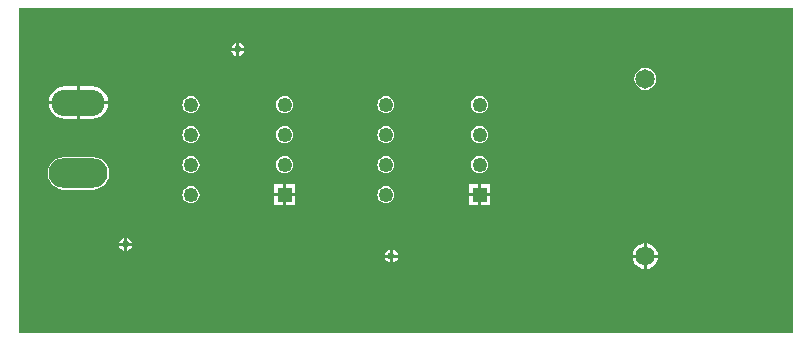
<source format=gbl>
G04*
G04 #@! TF.GenerationSoftware,Altium Limited,Altium Designer,20.2.7 (254)*
G04*
G04 Layer_Physical_Order=2*
G04 Layer_Color=16711680*
%FSLAX25Y25*%
%MOIN*%
G70*
G04*
G04 #@! TF.SameCoordinates,98EDEFB3-FBBC-4785-AB48-8CD72EF7211F*
G04*
G04*
G04 #@! TF.FilePolarity,Positive*
G04*
G01*
G75*
%ADD22R,0.04921X0.04921*%
%ADD23C,0.04921*%
%ADD28C,0.06496*%
%ADD29O,0.19685X0.09843*%
%ADD30O,0.17717X0.08858*%
%ADD31C,0.02362*%
G36*
X261811Y202756D02*
X3937D01*
Y311024D01*
X261811D01*
Y202756D01*
D02*
G37*
%LPC*%
G36*
X77272Y299369D02*
Y297744D01*
X78896D01*
X78826Y298095D01*
X78344Y298817D01*
X77623Y299299D01*
X77272Y299369D01*
D02*
G37*
G36*
X76272D02*
X75921Y299299D01*
X75199Y298817D01*
X74717Y298095D01*
X74647Y297744D01*
X76272D01*
Y299369D01*
D02*
G37*
G36*
X78896Y296744D02*
X77272D01*
Y295120D01*
X77623Y295189D01*
X78344Y295672D01*
X78826Y296393D01*
X78896Y296744D01*
D02*
G37*
G36*
X76272D02*
X74647D01*
X74717Y296393D01*
X75199Y295672D01*
X75921Y295189D01*
X76272Y295120D01*
Y296744D01*
D02*
G37*
G36*
X212598Y291075D02*
X211648Y290950D01*
X210762Y290583D01*
X210001Y289999D01*
X209417Y289238D01*
X209050Y288352D01*
X208925Y287402D01*
X209050Y286451D01*
X209417Y285565D01*
X210001Y284804D01*
X210762Y284221D01*
X211648Y283854D01*
X212598Y283728D01*
X213549Y283854D01*
X214435Y284221D01*
X215196Y284804D01*
X215779Y285565D01*
X216146Y286451D01*
X216272Y287402D01*
X216146Y288352D01*
X215779Y289238D01*
X215196Y289999D01*
X214435Y290583D01*
X213549Y290950D01*
X212598Y291075D01*
D02*
G37*
G36*
X28051Y285003D02*
X24122D01*
Y280028D01*
X33461D01*
X33341Y280945D01*
X32794Y282265D01*
X31923Y283400D01*
X30789Y284270D01*
X29469Y284817D01*
X28051Y285003D01*
D02*
G37*
G36*
X23122D02*
X19193D01*
X17776Y284817D01*
X16455Y284270D01*
X15321Y283400D01*
X14451Y282265D01*
X13904Y280945D01*
X13783Y280028D01*
X23122D01*
Y285003D01*
D02*
G37*
G36*
X157362Y281659D02*
X156617Y281560D01*
X155923Y281273D01*
X155326Y280815D01*
X154869Y280219D01*
X154581Y279525D01*
X154483Y278780D01*
X154581Y278034D01*
X154869Y277340D01*
X155326Y276744D01*
X155923Y276286D01*
X156617Y275999D01*
X157362Y275901D01*
X158107Y275999D01*
X158802Y276286D01*
X159398Y276744D01*
X159855Y277340D01*
X160143Y278034D01*
X160241Y278780D01*
X160143Y279525D01*
X159855Y280219D01*
X159398Y280815D01*
X158802Y281273D01*
X158107Y281560D01*
X157362Y281659D01*
D02*
G37*
G36*
X126102D02*
X125357Y281560D01*
X124663Y281273D01*
X124067Y280815D01*
X123609Y280219D01*
X123321Y279525D01*
X123223Y278780D01*
X123321Y278034D01*
X123609Y277340D01*
X124067Y276744D01*
X124663Y276286D01*
X125357Y275999D01*
X126102Y275901D01*
X126848Y275999D01*
X127542Y276286D01*
X128138Y276744D01*
X128596Y277340D01*
X128883Y278034D01*
X128981Y278780D01*
X128883Y279525D01*
X128596Y280219D01*
X128138Y280815D01*
X127542Y281273D01*
X126848Y281560D01*
X126102Y281659D01*
D02*
G37*
G36*
X92402D02*
X91656Y281560D01*
X90962Y281273D01*
X90366Y280815D01*
X89908Y280219D01*
X89621Y279525D01*
X89523Y278780D01*
X89621Y278034D01*
X89908Y277340D01*
X90366Y276744D01*
X90962Y276286D01*
X91656Y275999D01*
X92402Y275901D01*
X93147Y275999D01*
X93841Y276286D01*
X94437Y276744D01*
X94895Y277340D01*
X95182Y278034D01*
X95280Y278780D01*
X95182Y279525D01*
X94895Y280219D01*
X94437Y280815D01*
X93841Y281273D01*
X93147Y281560D01*
X92402Y281659D01*
D02*
G37*
G36*
X61142D02*
X60397Y281560D01*
X59702Y281273D01*
X59106Y280815D01*
X58649Y280219D01*
X58361Y279525D01*
X58263Y278780D01*
X58361Y278034D01*
X58649Y277340D01*
X59106Y276744D01*
X59702Y276286D01*
X60397Y275999D01*
X61142Y275901D01*
X61887Y275999D01*
X62581Y276286D01*
X63178Y276744D01*
X63635Y277340D01*
X63923Y278034D01*
X64021Y278780D01*
X63923Y279525D01*
X63635Y280219D01*
X63178Y280815D01*
X62581Y281273D01*
X61887Y281560D01*
X61142Y281659D01*
D02*
G37*
G36*
X33461Y279028D02*
X24122D01*
Y274052D01*
X28051D01*
X29469Y274238D01*
X30789Y274785D01*
X31923Y275656D01*
X32794Y276790D01*
X33341Y278110D01*
X33461Y279028D01*
D02*
G37*
G36*
X23122D02*
X13783D01*
X13904Y278110D01*
X14451Y276790D01*
X15321Y275656D01*
X16455Y274785D01*
X17776Y274238D01*
X19193Y274052D01*
X23122D01*
Y279028D01*
D02*
G37*
G36*
X157362Y271658D02*
X156617Y271560D01*
X155923Y271273D01*
X155326Y270815D01*
X154869Y270219D01*
X154581Y269525D01*
X154483Y268779D01*
X154581Y268034D01*
X154869Y267340D01*
X155326Y266744D01*
X155923Y266286D01*
X156617Y265999D01*
X157362Y265901D01*
X158107Y265999D01*
X158802Y266286D01*
X159398Y266744D01*
X159855Y267340D01*
X160143Y268034D01*
X160241Y268779D01*
X160143Y269525D01*
X159855Y270219D01*
X159398Y270815D01*
X158802Y271273D01*
X158107Y271560D01*
X157362Y271658D01*
D02*
G37*
G36*
X126102D02*
X125357Y271560D01*
X124663Y271273D01*
X124067Y270815D01*
X123609Y270219D01*
X123321Y269525D01*
X123223Y268779D01*
X123321Y268034D01*
X123609Y267340D01*
X124067Y266744D01*
X124663Y266286D01*
X125357Y265999D01*
X126102Y265901D01*
X126848Y265999D01*
X127542Y266286D01*
X128138Y266744D01*
X128596Y267340D01*
X128883Y268034D01*
X128981Y268779D01*
X128883Y269525D01*
X128596Y270219D01*
X128138Y270815D01*
X127542Y271273D01*
X126848Y271560D01*
X126102Y271658D01*
D02*
G37*
G36*
X92402D02*
X91656Y271560D01*
X90962Y271273D01*
X90366Y270815D01*
X89908Y270219D01*
X89621Y269525D01*
X89523Y268779D01*
X89621Y268034D01*
X89908Y267340D01*
X90366Y266744D01*
X90962Y266286D01*
X91656Y265999D01*
X92402Y265901D01*
X93147Y265999D01*
X93841Y266286D01*
X94437Y266744D01*
X94895Y267340D01*
X95182Y268034D01*
X95280Y268779D01*
X95182Y269525D01*
X94895Y270219D01*
X94437Y270815D01*
X93841Y271273D01*
X93147Y271560D01*
X92402Y271658D01*
D02*
G37*
G36*
X61142D02*
X60397Y271560D01*
X59702Y271273D01*
X59106Y270815D01*
X58649Y270219D01*
X58361Y269525D01*
X58263Y268779D01*
X58361Y268034D01*
X58649Y267340D01*
X59106Y266744D01*
X59702Y266286D01*
X60397Y265999D01*
X61142Y265901D01*
X61887Y265999D01*
X62581Y266286D01*
X63178Y266744D01*
X63635Y267340D01*
X63923Y268034D01*
X64021Y268779D01*
X63923Y269525D01*
X63635Y270219D01*
X63178Y270815D01*
X62581Y271273D01*
X61887Y271560D01*
X61142Y271658D01*
D02*
G37*
G36*
X157362Y261659D02*
X156617Y261560D01*
X155923Y261273D01*
X155326Y260815D01*
X154869Y260219D01*
X154581Y259525D01*
X154483Y258780D01*
X154581Y258034D01*
X154869Y257340D01*
X155326Y256744D01*
X155923Y256286D01*
X156617Y255999D01*
X157362Y255901D01*
X158107Y255999D01*
X158802Y256286D01*
X159398Y256744D01*
X159855Y257340D01*
X160143Y258034D01*
X160241Y258780D01*
X160143Y259525D01*
X159855Y260219D01*
X159398Y260815D01*
X158802Y261273D01*
X158107Y261560D01*
X157362Y261659D01*
D02*
G37*
G36*
X126102D02*
X125357Y261560D01*
X124663Y261273D01*
X124067Y260815D01*
X123609Y260219D01*
X123321Y259525D01*
X123223Y258780D01*
X123321Y258034D01*
X123609Y257340D01*
X124067Y256744D01*
X124663Y256286D01*
X125357Y255999D01*
X126102Y255901D01*
X126848Y255999D01*
X127542Y256286D01*
X128138Y256744D01*
X128596Y257340D01*
X128883Y258034D01*
X128981Y258780D01*
X128883Y259525D01*
X128596Y260219D01*
X128138Y260815D01*
X127542Y261273D01*
X126848Y261560D01*
X126102Y261659D01*
D02*
G37*
G36*
X92402D02*
X91656Y261560D01*
X90962Y261273D01*
X90366Y260815D01*
X89908Y260219D01*
X89621Y259525D01*
X89523Y258780D01*
X89621Y258034D01*
X89908Y257340D01*
X90366Y256744D01*
X90962Y256286D01*
X91656Y255999D01*
X92402Y255901D01*
X93147Y255999D01*
X93841Y256286D01*
X94437Y256744D01*
X94895Y257340D01*
X95182Y258034D01*
X95280Y258780D01*
X95182Y259525D01*
X94895Y260219D01*
X94437Y260815D01*
X93841Y261273D01*
X93147Y261560D01*
X92402Y261659D01*
D02*
G37*
G36*
X61142D02*
X60397Y261560D01*
X59702Y261273D01*
X59106Y260815D01*
X58649Y260219D01*
X58361Y259525D01*
X58263Y258780D01*
X58361Y258034D01*
X58649Y257340D01*
X59106Y256744D01*
X59702Y256286D01*
X60397Y255999D01*
X61142Y255901D01*
X61887Y255999D01*
X62581Y256286D01*
X63178Y256744D01*
X63635Y257340D01*
X63923Y258034D01*
X64021Y258780D01*
X63923Y259525D01*
X63635Y260219D01*
X63178Y260815D01*
X62581Y261273D01*
X61887Y261560D01*
X61142Y261659D01*
D02*
G37*
G36*
X28543Y261266D02*
X18701D01*
X17313Y261084D01*
X16020Y260548D01*
X14910Y259696D01*
X14058Y258586D01*
X13523Y257293D01*
X13340Y255906D01*
X13523Y254518D01*
X14058Y253225D01*
X14910Y252115D01*
X16020Y251263D01*
X17313Y250727D01*
X18701Y250545D01*
X28543D01*
X29931Y250727D01*
X31224Y251263D01*
X32334Y252115D01*
X33186Y253225D01*
X33722Y254518D01*
X33904Y255906D01*
X33722Y257293D01*
X33186Y258586D01*
X32334Y259696D01*
X31224Y260548D01*
X29931Y261084D01*
X28543Y261266D01*
D02*
G37*
G36*
X160823Y252240D02*
X157862D01*
Y249279D01*
X160823D01*
Y252240D01*
D02*
G37*
G36*
X95862D02*
X92901D01*
Y249279D01*
X95862D01*
Y252240D01*
D02*
G37*
G36*
X91901D02*
X88941D01*
Y249279D01*
X91901D01*
Y252240D01*
D02*
G37*
G36*
X156862D02*
X153902D01*
Y249279D01*
X156862D01*
Y252240D01*
D02*
G37*
G36*
X126102Y251659D02*
X125357Y251560D01*
X124663Y251273D01*
X124067Y250815D01*
X123609Y250219D01*
X123321Y249525D01*
X123223Y248780D01*
X123321Y248034D01*
X123609Y247340D01*
X124067Y246744D01*
X124663Y246286D01*
X125357Y245999D01*
X126102Y245901D01*
X126848Y245999D01*
X127542Y246286D01*
X128138Y246744D01*
X128596Y247340D01*
X128883Y248034D01*
X128981Y248780D01*
X128883Y249525D01*
X128596Y250219D01*
X128138Y250815D01*
X127542Y251273D01*
X126848Y251560D01*
X126102Y251659D01*
D02*
G37*
G36*
X61142D02*
X60397Y251560D01*
X59702Y251273D01*
X59106Y250815D01*
X58649Y250219D01*
X58361Y249525D01*
X58263Y248780D01*
X58361Y248034D01*
X58649Y247340D01*
X59106Y246744D01*
X59702Y246286D01*
X60397Y245999D01*
X61142Y245901D01*
X61887Y245999D01*
X62581Y246286D01*
X63178Y246744D01*
X63635Y247340D01*
X63923Y248034D01*
X64021Y248780D01*
X63923Y249525D01*
X63635Y250219D01*
X63178Y250815D01*
X62581Y251273D01*
X61887Y251560D01*
X61142Y251659D01*
D02*
G37*
G36*
X160823Y248280D02*
X157862D01*
Y245319D01*
X160823D01*
Y248280D01*
D02*
G37*
G36*
X156862D02*
X153902D01*
Y245319D01*
X156862D01*
Y248280D01*
D02*
G37*
G36*
X95862D02*
X92901D01*
Y245319D01*
X95862D01*
Y248280D01*
D02*
G37*
G36*
X91901D02*
X88941D01*
Y245319D01*
X91901D01*
Y248280D01*
D02*
G37*
G36*
X39870Y234408D02*
Y232784D01*
X41495D01*
X41425Y233135D01*
X40943Y233856D01*
X40221Y234338D01*
X39870Y234408D01*
D02*
G37*
G36*
X38870D02*
X38519Y234338D01*
X37798Y233856D01*
X37315Y233135D01*
X37246Y232784D01*
X38870D01*
Y234408D01*
D02*
G37*
G36*
X41495Y231784D02*
X39870D01*
Y230159D01*
X40221Y230229D01*
X40943Y230711D01*
X41425Y231433D01*
X41495Y231784D01*
D02*
G37*
G36*
X38870D02*
X37246D01*
X37315Y231433D01*
X37798Y230711D01*
X38519Y230229D01*
X38870Y230159D01*
Y231784D01*
D02*
G37*
G36*
X213099Y232565D02*
Y228847D01*
X216817D01*
X216737Y229455D01*
X216309Y230489D01*
X215628Y231376D01*
X214741Y232057D01*
X213707Y232485D01*
X213099Y232565D01*
D02*
G37*
G36*
X128453Y230471D02*
Y228847D01*
X130077D01*
X130007Y229198D01*
X129525Y229919D01*
X128804Y230401D01*
X128453Y230471D01*
D02*
G37*
G36*
X127453D02*
X127102Y230401D01*
X126380Y229919D01*
X125898Y229198D01*
X125828Y228847D01*
X127453D01*
Y230471D01*
D02*
G37*
G36*
X212099Y232565D02*
X211490Y232485D01*
X210456Y232057D01*
X209569Y231376D01*
X208888Y230489D01*
X208460Y229455D01*
X208380Y228847D01*
X212099D01*
Y232565D01*
D02*
G37*
G36*
X130077Y227847D02*
X128453D01*
Y226222D01*
X128804Y226292D01*
X129525Y226774D01*
X130007Y227495D01*
X130077Y227847D01*
D02*
G37*
G36*
X127453D02*
X125828D01*
X125898Y227495D01*
X126380Y226774D01*
X127102Y226292D01*
X127453Y226222D01*
Y227847D01*
D02*
G37*
G36*
X216817D02*
X213099D01*
Y224128D01*
X213707Y224208D01*
X214741Y224636D01*
X215628Y225317D01*
X216309Y226204D01*
X216737Y227238D01*
X216817Y227847D01*
D02*
G37*
G36*
X212099D02*
X208380D01*
X208460Y227238D01*
X208888Y226204D01*
X209569Y225317D01*
X210456Y224636D01*
X211490Y224208D01*
X212099Y224128D01*
Y227847D01*
D02*
G37*
%LPD*%
D22*
X157362Y248780D02*
D03*
X92402D02*
D03*
D23*
X157362Y258780D02*
D03*
Y268779D02*
D03*
Y278780D02*
D03*
X126102D02*
D03*
Y268779D02*
D03*
Y258780D02*
D03*
Y248780D02*
D03*
X92402Y258780D02*
D03*
Y268779D02*
D03*
Y278780D02*
D03*
X61142D02*
D03*
Y268779D02*
D03*
Y258780D02*
D03*
Y248780D02*
D03*
D28*
X212598Y287402D02*
D03*
Y228346D02*
D03*
D29*
X23622Y255906D02*
D03*
D30*
Y279528D02*
D03*
D31*
X76772Y297244D02*
D03*
X127953Y228346D02*
D03*
X39370Y232283D02*
D03*
M02*

</source>
